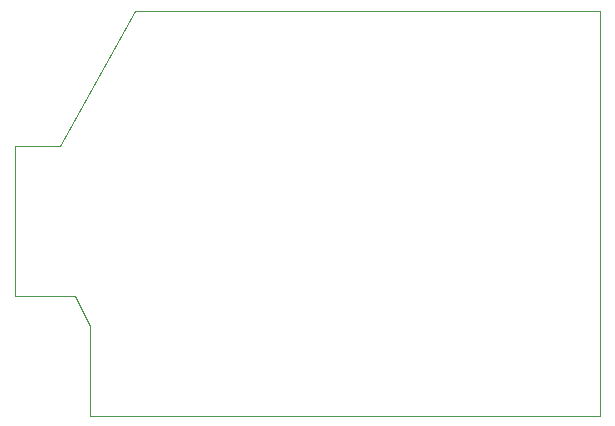
<source format=gbr>
%TF.GenerationSoftware,KiCad,Pcbnew,(5.1.10)-1*%
%TF.CreationDate,2021-10-29T11:24:14-05:00*%
%TF.ProjectId,Capstone,43617073-746f-46e6-952e-6b696361645f,rev?*%
%TF.SameCoordinates,Original*%
%TF.FileFunction,Profile,NP*%
%FSLAX46Y46*%
G04 Gerber Fmt 4.6, Leading zero omitted, Abs format (unit mm)*
G04 Created by KiCad (PCBNEW (5.1.10)-1) date 2021-10-29 11:24:14*
%MOMM*%
%LPD*%
G01*
G04 APERTURE LIST*
%TA.AperFunction,Profile*%
%ADD10C,0.050000*%
%TD*%
G04 APERTURE END LIST*
D10*
X133350000Y-49530000D02*
X134620000Y-49530000D01*
X172720000Y-83820000D02*
X172720000Y-49530000D01*
X171450000Y-83820000D02*
X172720000Y-83820000D01*
X129540000Y-83820000D02*
X171450000Y-83820000D01*
X129540000Y-76200000D02*
X129540000Y-83820000D01*
X128270000Y-73660000D02*
X129540000Y-76200000D01*
X123190000Y-73660000D02*
X128270000Y-73660000D01*
X123190000Y-60960000D02*
X123190000Y-73660000D01*
X127000000Y-60960000D02*
X123190000Y-60960000D01*
X133350000Y-49530000D02*
X127000000Y-60960000D01*
X172720000Y-49530000D02*
X134620000Y-49530000D01*
M02*

</source>
